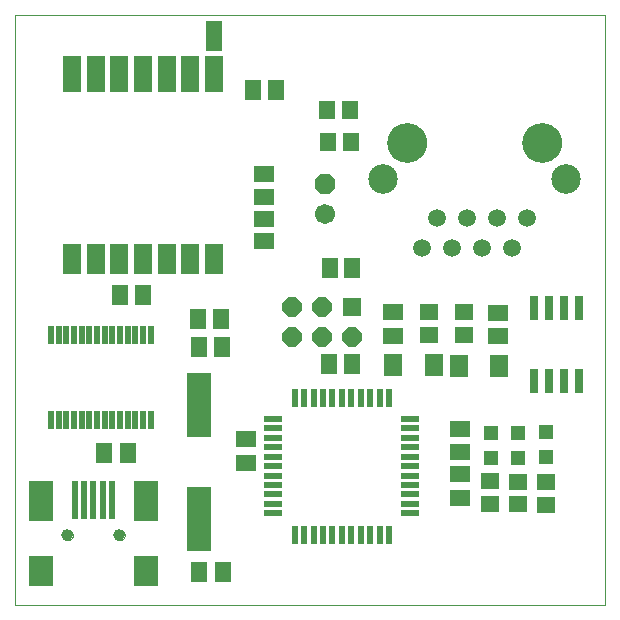
<source format=gts>
G75*
G70*
%OFA0B0*%
%FSLAX24Y24*%
%IPPOS*%
%LPD*%
%AMOC8*
5,1,8,0,0,1.08239X$1,22.5*
%
%ADD10C,0.0000*%
%ADD11R,0.0800X0.2140*%
%ADD12R,0.0552X0.0670*%
%ADD13R,0.0670X0.0552*%
%ADD14R,0.0640X0.0640*%
%ADD15OC8,0.0640*%
%ADD16R,0.0631X0.0985*%
%ADD17R,0.0631X0.1221*%
%ADD18R,0.0300X0.0840*%
%ADD19R,0.0540X0.1040*%
%ADD20R,0.0197X0.0631*%
%ADD21C,0.0394*%
%ADD22R,0.0827X0.1024*%
%ADD23R,0.0827X0.1339*%
%ADD24R,0.0237X0.1260*%
%ADD25R,0.0631X0.0237*%
%ADD26R,0.0237X0.0631*%
%ADD27OC8,0.0670*%
%ADD28C,0.0670*%
%ADD29R,0.0512X0.0512*%
%ADD30R,0.0631X0.0552*%
%ADD31C,0.0594*%
%ADD32C,0.1320*%
%ADD33C,0.0985*%
%ADD34R,0.0591X0.0749*%
%ADD35R,0.0552X0.0631*%
D10*
X000877Y000978D02*
X000877Y020663D01*
X020562Y020663D01*
X020562Y000978D01*
X000877Y000978D01*
X002456Y003313D02*
X002458Y003339D01*
X002464Y003365D01*
X002474Y003390D01*
X002487Y003413D01*
X002503Y003433D01*
X002523Y003451D01*
X002545Y003466D01*
X002568Y003478D01*
X002594Y003486D01*
X002620Y003490D01*
X002646Y003490D01*
X002672Y003486D01*
X002698Y003478D01*
X002722Y003466D01*
X002743Y003451D01*
X002763Y003433D01*
X002779Y003413D01*
X002792Y003390D01*
X002802Y003365D01*
X002808Y003339D01*
X002810Y003313D01*
X002808Y003287D01*
X002802Y003261D01*
X002792Y003236D01*
X002779Y003213D01*
X002763Y003193D01*
X002743Y003175D01*
X002721Y003160D01*
X002698Y003148D01*
X002672Y003140D01*
X002646Y003136D01*
X002620Y003136D01*
X002594Y003140D01*
X002568Y003148D01*
X002544Y003160D01*
X002523Y003175D01*
X002503Y003193D01*
X002487Y003213D01*
X002474Y003236D01*
X002464Y003261D01*
X002458Y003287D01*
X002456Y003313D01*
X004188Y003313D02*
X004190Y003339D01*
X004196Y003365D01*
X004206Y003390D01*
X004219Y003413D01*
X004235Y003433D01*
X004255Y003451D01*
X004277Y003466D01*
X004300Y003478D01*
X004326Y003486D01*
X004352Y003490D01*
X004378Y003490D01*
X004404Y003486D01*
X004430Y003478D01*
X004454Y003466D01*
X004475Y003451D01*
X004495Y003433D01*
X004511Y003413D01*
X004524Y003390D01*
X004534Y003365D01*
X004540Y003339D01*
X004542Y003313D01*
X004540Y003287D01*
X004534Y003261D01*
X004524Y003236D01*
X004511Y003213D01*
X004495Y003193D01*
X004475Y003175D01*
X004453Y003160D01*
X004430Y003148D01*
X004404Y003140D01*
X004378Y003136D01*
X004352Y003136D01*
X004326Y003140D01*
X004300Y003148D01*
X004276Y003160D01*
X004255Y003175D01*
X004235Y003193D01*
X004219Y003213D01*
X004206Y003236D01*
X004196Y003261D01*
X004190Y003287D01*
X004188Y003313D01*
X013310Y016402D02*
X013312Y016452D01*
X013318Y016502D01*
X013328Y016551D01*
X013341Y016600D01*
X013359Y016647D01*
X013380Y016693D01*
X013404Y016736D01*
X013432Y016778D01*
X013463Y016818D01*
X013497Y016855D01*
X013534Y016889D01*
X013574Y016920D01*
X013616Y016948D01*
X013659Y016972D01*
X013705Y016993D01*
X013752Y017011D01*
X013801Y017024D01*
X013850Y017034D01*
X013900Y017040D01*
X013950Y017042D01*
X014000Y017040D01*
X014050Y017034D01*
X014099Y017024D01*
X014148Y017011D01*
X014195Y016993D01*
X014241Y016972D01*
X014284Y016948D01*
X014326Y016920D01*
X014366Y016889D01*
X014403Y016855D01*
X014437Y016818D01*
X014468Y016778D01*
X014496Y016736D01*
X014520Y016693D01*
X014541Y016647D01*
X014559Y016600D01*
X014572Y016551D01*
X014582Y016502D01*
X014588Y016452D01*
X014590Y016402D01*
X014588Y016352D01*
X014582Y016302D01*
X014572Y016253D01*
X014559Y016204D01*
X014541Y016157D01*
X014520Y016111D01*
X014496Y016068D01*
X014468Y016026D01*
X014437Y015986D01*
X014403Y015949D01*
X014366Y015915D01*
X014326Y015884D01*
X014284Y015856D01*
X014241Y015832D01*
X014195Y015811D01*
X014148Y015793D01*
X014099Y015780D01*
X014050Y015770D01*
X014000Y015764D01*
X013950Y015762D01*
X013900Y015764D01*
X013850Y015770D01*
X013801Y015780D01*
X013752Y015793D01*
X013705Y015811D01*
X013659Y015832D01*
X013616Y015856D01*
X013574Y015884D01*
X013534Y015915D01*
X013497Y015949D01*
X013463Y015986D01*
X013432Y016026D01*
X013404Y016068D01*
X013380Y016111D01*
X013359Y016157D01*
X013341Y016204D01*
X013328Y016253D01*
X013318Y016302D01*
X013312Y016352D01*
X013310Y016402D01*
X017810Y016402D02*
X017812Y016452D01*
X017818Y016502D01*
X017828Y016551D01*
X017841Y016600D01*
X017859Y016647D01*
X017880Y016693D01*
X017904Y016736D01*
X017932Y016778D01*
X017963Y016818D01*
X017997Y016855D01*
X018034Y016889D01*
X018074Y016920D01*
X018116Y016948D01*
X018159Y016972D01*
X018205Y016993D01*
X018252Y017011D01*
X018301Y017024D01*
X018350Y017034D01*
X018400Y017040D01*
X018450Y017042D01*
X018500Y017040D01*
X018550Y017034D01*
X018599Y017024D01*
X018648Y017011D01*
X018695Y016993D01*
X018741Y016972D01*
X018784Y016948D01*
X018826Y016920D01*
X018866Y016889D01*
X018903Y016855D01*
X018937Y016818D01*
X018968Y016778D01*
X018996Y016736D01*
X019020Y016693D01*
X019041Y016647D01*
X019059Y016600D01*
X019072Y016551D01*
X019082Y016502D01*
X019088Y016452D01*
X019090Y016402D01*
X019088Y016352D01*
X019082Y016302D01*
X019072Y016253D01*
X019059Y016204D01*
X019041Y016157D01*
X019020Y016111D01*
X018996Y016068D01*
X018968Y016026D01*
X018937Y015986D01*
X018903Y015949D01*
X018866Y015915D01*
X018826Y015884D01*
X018784Y015856D01*
X018741Y015832D01*
X018695Y015811D01*
X018648Y015793D01*
X018599Y015780D01*
X018550Y015770D01*
X018500Y015764D01*
X018450Y015762D01*
X018400Y015764D01*
X018350Y015770D01*
X018301Y015780D01*
X018252Y015793D01*
X018205Y015811D01*
X018159Y015832D01*
X018116Y015856D01*
X018074Y015884D01*
X018034Y015915D01*
X017997Y015949D01*
X017963Y015986D01*
X017932Y016026D01*
X017904Y016068D01*
X017880Y016111D01*
X017859Y016157D01*
X017841Y016204D01*
X017828Y016253D01*
X017818Y016302D01*
X017812Y016352D01*
X017810Y016402D01*
D11*
X007024Y007660D03*
X007024Y003860D03*
D12*
X007022Y002080D03*
X007809Y002080D03*
X004647Y006053D03*
X003859Y006053D03*
X007003Y009569D03*
X007790Y009569D03*
X007761Y010514D03*
X006974Y010514D03*
X005147Y011334D03*
X004399Y011334D03*
X011373Y012218D03*
X012121Y012218D03*
X012123Y009005D03*
X011336Y009005D03*
X009595Y018137D03*
X008808Y018137D03*
D13*
X009196Y015338D03*
X009196Y014590D03*
X009175Y013852D03*
X009175Y013104D03*
X013501Y010750D03*
X013501Y009963D03*
X015717Y006863D03*
X015717Y006076D03*
X015723Y005343D03*
X015723Y004555D03*
X016982Y009939D03*
X016982Y010727D03*
X008598Y006505D03*
X008598Y005717D03*
D14*
X012105Y010929D03*
D15*
X011105Y010929D03*
X010105Y010929D03*
X010105Y009929D03*
X011105Y009929D03*
X012105Y009929D03*
D16*
X007511Y012513D03*
X006723Y012513D03*
X005936Y012513D03*
X005148Y012513D03*
X004361Y012513D03*
X003574Y012513D03*
X002786Y012513D03*
D17*
X002786Y018694D03*
X003574Y018694D03*
X004361Y018694D03*
X005148Y018694D03*
X005936Y018694D03*
X006723Y018694D03*
X007511Y018694D03*
D18*
X018185Y010873D03*
X018685Y010873D03*
X019185Y010873D03*
X019685Y010873D03*
X019685Y008453D03*
X019185Y008453D03*
X018685Y008453D03*
X018185Y008453D03*
D19*
X007510Y019963D03*
D20*
X005412Y009992D03*
X005156Y009992D03*
X004900Y009992D03*
X004644Y009992D03*
X004388Y009992D03*
X004133Y009992D03*
X003877Y009992D03*
X003621Y009992D03*
X003365Y009992D03*
X003109Y009992D03*
X002853Y009992D03*
X002597Y009992D03*
X002341Y009992D03*
X002085Y009992D03*
X002085Y007138D03*
X002341Y007138D03*
X002597Y007138D03*
X002853Y007138D03*
X003109Y007138D03*
X003365Y007138D03*
X003621Y007138D03*
X003877Y007138D03*
X004133Y007138D03*
X004388Y007138D03*
X004644Y007138D03*
X004900Y007138D03*
X005156Y007138D03*
X005412Y007138D03*
D21*
X004365Y003313D03*
X002633Y003313D03*
D22*
X001747Y002132D03*
X005251Y002132D03*
D23*
X005251Y004454D03*
X001747Y004454D03*
D24*
X002869Y004494D03*
X003184Y004494D03*
X003499Y004494D03*
X003814Y004494D03*
X004129Y004494D03*
D25*
X009496Y004354D03*
X009496Y004669D03*
X009496Y004984D03*
X009496Y005299D03*
X009496Y005613D03*
X009496Y005928D03*
X009496Y006243D03*
X009496Y006558D03*
X009496Y006873D03*
X009496Y007188D03*
X009496Y004039D03*
X014063Y004039D03*
X014063Y004354D03*
X014063Y004669D03*
X014063Y004984D03*
X014063Y005299D03*
X014063Y005613D03*
X014063Y005928D03*
X014063Y006243D03*
X014063Y006558D03*
X014063Y006873D03*
X014063Y007188D03*
D26*
X013355Y007897D03*
X013040Y007897D03*
X012725Y007897D03*
X012410Y007897D03*
X012095Y007897D03*
X011780Y007897D03*
X011465Y007897D03*
X011150Y007897D03*
X010835Y007897D03*
X010520Y007897D03*
X010205Y007897D03*
X010205Y003330D03*
X010520Y003330D03*
X010835Y003330D03*
X011150Y003330D03*
X011465Y003330D03*
X011780Y003330D03*
X012095Y003330D03*
X012410Y003330D03*
X012725Y003330D03*
X013040Y003330D03*
X013355Y003330D03*
D27*
X011212Y015011D03*
D28*
X011212Y014011D03*
D29*
X016754Y006708D03*
X016754Y005881D03*
X017643Y005893D03*
X017643Y006720D03*
X018571Y006739D03*
X018571Y005912D03*
D30*
X018584Y005077D03*
X018584Y004329D03*
X017638Y004349D03*
X017638Y005097D03*
X016732Y005105D03*
X016732Y004357D03*
X015855Y009988D03*
X015855Y010736D03*
X014676Y010744D03*
X014676Y009996D03*
D31*
X014450Y012902D03*
X015450Y012902D03*
X016450Y012902D03*
X017450Y012902D03*
X016950Y013902D03*
X017950Y013902D03*
X015950Y013902D03*
X014950Y013902D03*
D32*
X013950Y016402D03*
X018450Y016402D03*
D33*
X019250Y015202D03*
X013151Y015202D03*
D34*
X013500Y008978D03*
X014839Y008978D03*
X015671Y008961D03*
X017010Y008961D03*
D35*
X012078Y016411D03*
X011330Y016411D03*
X011290Y017474D03*
X012038Y017474D03*
M02*

</source>
